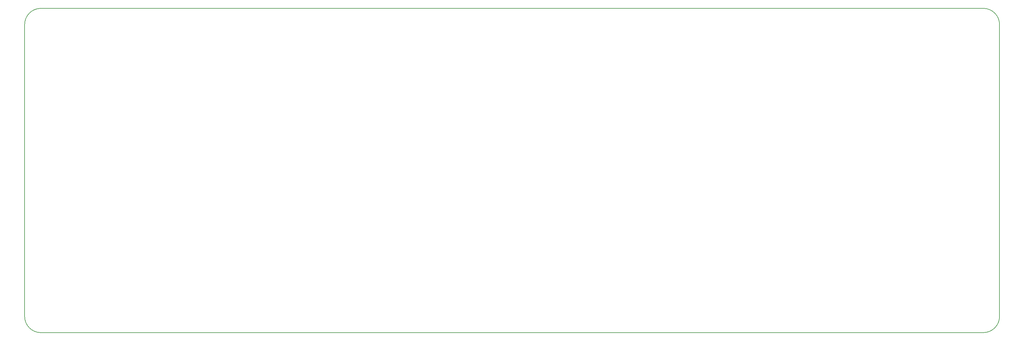
<source format=gm1>
G04 #@! TF.FileFunction,Profile,NP*
%FSLAX46Y46*%
G04 Gerber Fmt 4.6, Leading zero omitted, Abs format (unit mm)*
G04 Created by KiCad (PCBNEW 4.0.5+dfsg1-4) date Mon May  8 00:20:08 2017*
%MOMM*%
%LPD*%
G01*
G04 APERTURE LIST*
%ADD10C,0.100000*%
%ADD11C,0.150000*%
G04 APERTURE END LIST*
D10*
D11*
X66675000Y-188118750D02*
G75*
G03X71437500Y-192881250I4762500J0D01*
G01*
X66675000Y-188118750D02*
X66675000Y-102393750D01*
X347662500Y-192881250D02*
X71437500Y-192881250D01*
X347662500Y-97631250D02*
X71437500Y-97631250D01*
X352425000Y-188118750D02*
X352425000Y-102393750D01*
X347662500Y-192881250D02*
G75*
G03X352425000Y-188118750I0J4762500D01*
G01*
X352425000Y-102393750D02*
G75*
G03X347662500Y-97631250I-4762500J0D01*
G01*
X71437500Y-97631250D02*
G75*
G03X66675000Y-102393750I0J-4762500D01*
G01*
M02*

</source>
